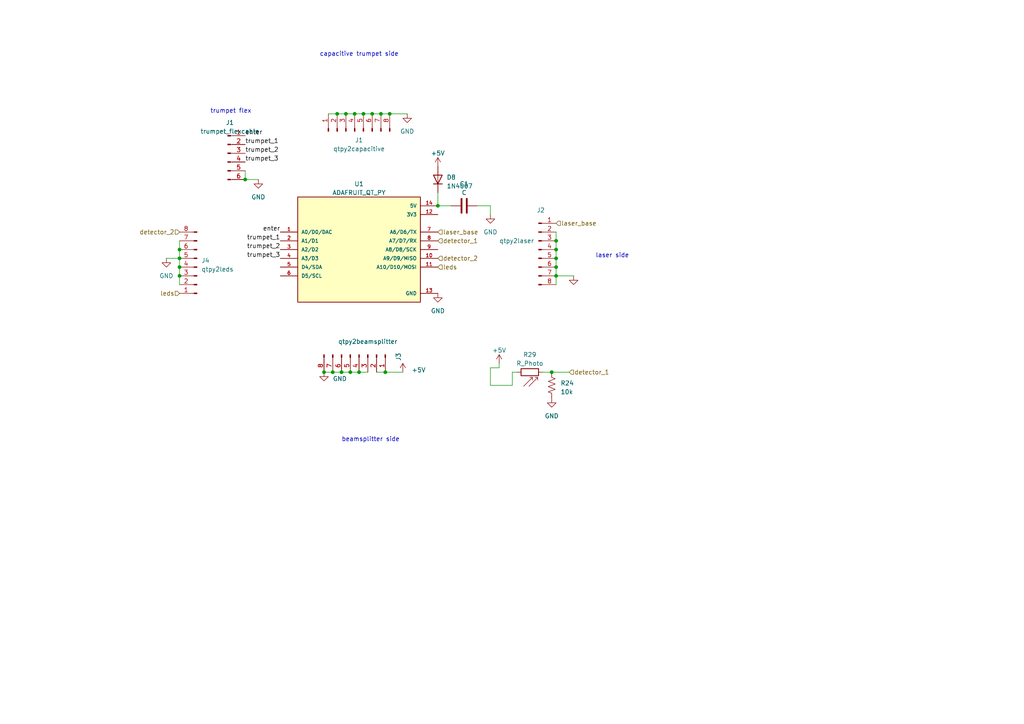
<source format=kicad_sch>
(kicad_sch (version 20230121) (generator eeschema)
  (paper "A4")
  (lib_symbols
    (symbol "ADAFRUIT_QT_PY:ADAFRUIT_QT_PY" (pin_names (offset 1.016))
      (property "Reference" "U" (at -17.78 16.002 0))
      (property "Value" "ADAFRUIT_QT_PY" (at -17.78 -17.78 0))
      (symbol "ADAFRUIT_QT_PY_0_0"
        (rectangle (start -17.78 -15.24) (end 17.78 15.24) (stroke (width 0.254)) (fill (type background)))
        (pin bidirectional line (at -22.86 5.08 0) (length 5.08) (name "A0/D0/DAC") (number "1"))
        (pin bidirectional line (at 22.86 -2.54 180) (length 5.08) (name "A9/D9/MISO") (number "10"))
        (pin bidirectional line (at 22.86 -5.08 180) (length 5.08) (name "A10/D10/MOSI") (number "11"))
        (pin power_in line (at 22.86 10.16 180) (length 5.08) (name "3V3") (number "12"))
        (pin power_in line (at 22.86 -12.7 180) (length 5.08) (name "GND") (number "13"))
        (pin power_in line (at 22.86 12.7 180) (length 5.08) (name "5V") (number "14"))
        (pin bidirectional line (at -22.86 2.54 0) (length 5.08) (name "A1/D1") (number "2"))
        (pin bidirectional line (at -22.86 0 0) (length 5.08) (name "A2/D2") (number "3"))
        (pin bidirectional line (at -22.86 -2.54 0) (length 5.08) (name "A3/D3") (number "4"))
        (pin bidirectional line (at -22.86 -5.08 0) (length 5.08) (name "D4/SDA") (number "5"))
        (pin bidirectional line (at -22.86 -7.62 0) (length 5.08) (name "D5/SCL") (number "6"))
        (pin bidirectional line (at 22.86 5.08 180) (length 5.08) (name "A6/D6/TX") (number "7"))
        (pin bidirectional line (at 22.86 2.54 180) (length 5.08) (name "A7/D7/RX") (number "8"))
        (pin bidirectional line (at 22.86 0 180) (length 5.08) (name "A8/D8/SCK") (number "9"))
      )
    )
    (symbol "Connector:Conn_01x06_Pin" (pin_names (offset 1.016) hide)
      (property "Reference" "J" (at 0 7.62 0))
      (property "Value" "Conn_01x06_Pin" (at 0 -10.16 0))
      (symbol "Conn_01x06_Pin_1_1"
        (polyline (pts (xy 1.27 -7.62) (xy 0.8636 -7.62)) (stroke (width 0.1524)))
        (polyline (pts (xy 1.27 -5.08) (xy 0.8636 -5.08)) (stroke (width 0.1524)))
        (polyline (pts (xy 1.27 -2.54) (xy 0.8636 -2.54)) (stroke (width 0.1524)))
        (polyline (pts (xy 1.27 0) (xy 0.8636 0)) (stroke (width 0.1524)))
        (polyline (pts (xy 1.27 2.54) (xy 0.8636 2.54)) (stroke (width 0.1524)))
        (polyline (pts (xy 1.27 5.08) (xy 0.8636 5.08)) (stroke (width 0.1524)))
        (rectangle (start 0.8636 -7.493) (end 0 -7.747) (stroke (width 0.1524)) (fill (type outline)))
        (rectangle (start 0.8636 -4.953) (end 0 -5.207) (stroke (width 0.1524)) (fill (type outline)))
        (rectangle (start 0.8636 -2.413) (end 0 -2.667) (stroke (width 0.1524)) (fill (type outline)))
        (rectangle (start 0.8636 0.127) (end 0 -0.127) (stroke (width 0.1524)) (fill (type outline)))
        (rectangle (start 0.8636 2.667) (end 0 2.413) (stroke (width 0.1524)) (fill (type outline)))
        (rectangle (start 0.8636 5.207) (end 0 4.953) (stroke (width 0.1524)) (fill (type outline)))
        (pin passive line (at 5.08 5.08 180) (length 3.81) (name "Pin_1") (number "1"))
        (pin passive line (at 5.08 2.54 180) (length 3.81) (name "Pin_2") (number "2"))
        (pin passive line (at 5.08 0 180) (length 3.81) (name "Pin_3") (number "3"))
        (pin passive line (at 5.08 -2.54 180) (length 3.81) (name "Pin_4") (number "4"))
        (pin passive line (at 5.08 -5.08 180) (length 3.81) (name "Pin_5") (number "5"))
        (pin passive line (at 5.08 -7.62 180) (length 3.81) (name "Pin_6") (number "6"))
      )
    )
    (symbol "Connector:Conn_01x08_Pin" (pin_names (offset 1.016) hide)
      (property "Reference" "J" (at 0 10.16 0))
      (property "Value" "Conn_01x08_Pin" (at 0 -12.7 0))
      (symbol "Conn_01x08_Pin_1_1"
        (polyline (pts (xy 1.27 -10.16) (xy 0.8636 -10.16)) (stroke (width 0.1524)))
        (polyline (pts (xy 1.27 -7.62) (xy 0.8636 -7.62)) (stroke (width 0.1524)))
        (polyline (pts (xy 1.27 -5.08) (xy 0.8636 -5.08)) (stroke (width 0.1524)))
        (polyline (pts (xy 1.27 -2.54) (xy 0.8636 -2.54)) (stroke (width 0.1524)))
        (polyline (pts (xy 1.27 0) (xy 0.8636 0)) (stroke (width 0.1524)))
        (polyline (pts (xy 1.27 2.54) (xy 0.8636 2.54)) (stroke (width 0.1524)))
        (polyline (pts (xy 1.27 5.08) (xy 0.8636 5.08)) (stroke (width 0.1524)))
        (polyline (pts (xy 1.27 7.62) (xy 0.8636 7.62)) (stroke (width 0.1524)))
        (rectangle (start 0.8636 -10.033) (end 0 -10.287) (stroke (width 0.1524)) (fill (type outline)))
        (rectangle (start 0.8636 -7.493) (end 0 -7.747) (stroke (width 0.1524)) (fill (type outline)))
        (rectangle (start 0.8636 -4.953) (end 0 -5.207) (stroke (width 0.1524)) (fill (type outline)))
        (rectangle (start 0.8636 -2.413) (end 0 -2.667) (stroke (width 0.1524)) (fill (type outline)))
        (rectangle (start 0.8636 0.127) (end 0 -0.127) (stroke (width 0.1524)) (fill (type outline)))
        (rectangle (start 0.8636 2.667) (end 0 2.413) (stroke (width 0.1524)) (fill (type outline)))
        (rectangle (start 0.8636 5.207) (end 0 4.953) (stroke (width 0.1524)) (fill (type outline)))
        (rectangle (start 0.8636 7.747) (end 0 7.493) (stroke (width 0.1524)) (fill (type outline)))
        (pin passive line (at 5.08 7.62 180) (length 3.81) (name "Pin_1") (number "1"))
        (pin passive line (at 5.08 5.08 180) (length 3.81) (name "Pin_2") (number "2"))
        (pin passive line (at 5.08 2.54 180) (length 3.81) (name "Pin_3") (number "3"))
        (pin passive line (at 5.08 0 180) (length 3.81) (name "Pin_4") (number "4"))
        (pin passive line (at 5.08 -2.54 180) (length 3.81) (name "Pin_5") (number "5"))
        (pin passive line (at 5.08 -5.08 180) (length 3.81) (name "Pin_6") (number "6"))
        (pin passive line (at 5.08 -7.62 180) (length 3.81) (name "Pin_7") (number "7"))
        (pin passive line (at 5.08 -10.16 180) (length 3.81) (name "Pin_8") (number "8"))
      )
    )
    (symbol "Device:C" (pin_numbers hide) (pin_names (offset 0.254))
      (property "Reference" "C" (at 0.635 2.54 0))
      (property "Value" "C" (at 0.635 -2.54 0))
      (symbol "C_0_1"
        (polyline (pts (xy -2.032 -0.762) (xy 2.032 -0.762)) (stroke (width 0.508)))
        (polyline (pts (xy -2.032 0.762) (xy 2.032 0.762)) (stroke (width 0.508)))
      )
      (symbol "C_1_1"
        (pin passive line (at 0 3.81 270) (length 2.794) (name "~") (number "1"))
        (pin passive line (at 0 -3.81 90) (length 2.794) (name "~") (number "2"))
      )
    )
    (symbol "Device:R_Photo" (pin_numbers hide) (pin_names (offset 0))
      (property "Reference" "R" (at 1.27 1.27 0))
      (property "Value" "R_Photo" (at 1.27 0 0))
      (symbol "R_Photo_0_1"
        (rectangle (start -1.016 2.54) (end 1.016 -2.54) (stroke (width 0.254)))
        (polyline (pts (xy -1.524 -2.286) (xy -4.064 0.254)))
        (polyline (pts (xy -1.524 -2.286) (xy -2.286 -2.286)))
        (polyline (pts (xy -1.524 -2.286) (xy -1.524 -1.524)))
        (polyline (pts (xy -1.524 -0.762) (xy -4.064 1.778)))
        (polyline (pts (xy -1.524 -0.762) (xy -2.286 -0.762)))
        (polyline (pts (xy -1.524 -0.762) (xy -1.524 0)))
      )
      (symbol "R_Photo_1_1"
        (pin passive line (at 0 3.81 270) (length 1.27) (name "~") (number "1"))
        (pin passive line (at 0 -3.81 90) (length 1.27) (name "~") (number "2"))
      )
    )
    (symbol "Device:R_US" (pin_numbers hide) (pin_names (offset 0))
      (property "Reference" "R" (at 2.54 0 90))
      (property "Value" "R_US" (at -2.54 0 90))
      (symbol "R_US_0_1"
        (polyline (pts (xy 0 -2.286) (xy 0 -2.54)))
        (polyline (pts (xy 0 2.286) (xy 0 2.54)))
        (polyline (pts (xy 0 -0.762) (xy 1.016 -1.143) (xy 0 -1.524) (xy -1.016 -1.905) (xy 0 -2.286)))
        (polyline (pts (xy 0 0.762) (xy 1.016 0.381) (xy 0 0) (xy -1.016 -0.381) (xy 0 -0.762)))
        (polyline (pts (xy 0 2.286) (xy 1.016 1.905) (xy 0 1.524) (xy -1.016 1.143) (xy 0 0.762)))
      )
      (symbol "R_US_1_1"
        (pin passive line (at 0 3.81 270) (length 1.27) (name "~") (number "1"))
        (pin passive line (at 0 -3.81 90) (length 1.27) (name "~") (number "2"))
      )
    )
    (symbol "Diode:1N4007" (pin_numbers hide) (pin_names hide)
      (property "Reference" "D" (at 0 2.54 0))
      (property "Value" "1N4007" (at 0 -2.54 0))
      (symbol "1N4007_0_1"
        (polyline (pts (xy -1.27 1.27) (xy -1.27 -1.27)) (stroke (width 0.254)))
        (polyline (pts (xy 1.27 0) (xy -1.27 0)))
        (polyline (pts (xy 1.27 1.27) (xy 1.27 -1.27) (xy -1.27 0) (xy 1.27 1.27)) (stroke (width 0.254)))
      )
      (symbol "1N4007_1_1"
        (pin passive line (at -3.81 0 0) (length 2.54) (name "K") (number "1"))
        (pin passive line (at 3.81 0 180) (length 2.54) (name "A") (number "2"))
      )
    )
    (symbol "power:+5V" (power) (pin_names (offset 0))
      (property "Value" "+5V" (at 0 3.556 0))
      (symbol "+5V_0_1"
        (polyline (pts (xy -0.762 1.27) (xy 0 2.54)))
        (polyline (pts (xy 0 0) (xy 0 2.54)))
        (polyline (pts (xy 0 2.54) (xy 0.762 1.27)))
      )
      (symbol "+5V_1_1"
        (pin power_in line (at 0 0 90) (length 0) hide (name "+5V") (number "1"))
      )
    )
    (symbol "power:GND" (power) (pin_names (offset 0))
      (property "Value" "GND" (at 0 -3.81 0))
      (symbol "GND_0_1"
        (polyline (pts (xy 0 0) (xy 0 -1.27) (xy 1.27 -1.27) (xy 0 -2.54) (xy -1.27 -1.27) (xy 0 -1.27)))
      )
      (symbol "GND_1_1"
        (pin power_in line (at 0 0 270) (length 0) hide (name "GND") (number "1"))
      )
    )
  )
  (junction (at 102.87 33.02))
  (junction (at 96.52 107.95))
  (junction (at 161.29 77.47))
  (junction (at 161.29 80.01))
  (junction (at 52.07 77.47))
  (junction (at 52.07 72.39))
  (junction (at 93.98 107.95))
  (junction (at 104.14 107.95))
  (junction (at 161.29 74.93))
  (junction (at 71.12 52.07))
  (junction (at 107.95 33.02))
  (junction (at 113.03 33.02))
  (junction (at 161.29 69.85))
  (junction (at 100.33 33.02))
  (junction (at 99.06 107.95))
  (junction (at 160.02 107.95))
  (junction (at 127 59.69))
  (junction (at 97.79 33.02))
  (junction (at 52.07 80.01))
  (junction (at 52.07 74.93))
  (junction (at 105.41 33.02))
  (junction (at 110.49 33.02))
  (junction (at 161.29 72.39))
  (junction (at 111.76 107.95))
  (junction (at 101.6 107.95))
  (wire (pts (xy 107.95 33.02) (xy 110.49 33.02)))
  (wire (pts (xy 161.29 72.39) (xy 161.29 74.93)))
  (wire (pts (xy 95.25 33.02) (xy 97.79 33.02)))
  (wire (pts (xy 142.24 106.68) (xy 142.24 111.76)))
  (wire (pts (xy 142.24 106.68) (xy 144.78 106.68)))
  (wire (pts (xy 142.24 111.76) (xy 148.59 111.76)))
  (wire (pts (xy 48.26 74.93) (xy 52.07 74.93)))
  (wire (pts (xy 52.07 74.93) (xy 52.07 77.47)))
  (wire (pts (xy 142.24 59.69) (xy 138.43 59.69)))
  (wire (pts (xy 52.07 69.85) (xy 52.07 72.39)))
  (wire (pts (xy 161.29 69.85) (xy 161.29 72.39)))
  (wire (pts (xy 142.24 62.23) (xy 142.24 59.69)))
  (wire (pts (xy 97.79 33.02) (xy 100.33 33.02)))
  (wire (pts (xy 148.59 107.95) (xy 149.86 107.95)))
  (wire (pts (xy 165.1 107.95) (xy 160.02 107.95)))
  (wire (pts (xy 71.12 52.07) (xy 74.93 52.07)))
  (wire (pts (xy 93.98 107.95) (xy 96.52 107.95)))
  (wire (pts (xy 161.29 80.01) (xy 161.29 82.55)))
  (wire (pts (xy 144.78 106.68) (xy 144.78 105.41)))
  (wire (pts (xy 71.12 49.53) (xy 71.12 52.07)))
  (wire (pts (xy 127 55.88) (xy 127 59.69)))
  (wire (pts (xy 104.14 107.95) (xy 106.68 107.95)))
  (wire (pts (xy 96.52 107.95) (xy 99.06 107.95)))
  (wire (pts (xy 99.06 107.95) (xy 101.6 107.95)))
  (wire (pts (xy 101.6 107.95) (xy 104.14 107.95)))
  (wire (pts (xy 105.41 33.02) (xy 107.95 33.02)))
  (wire (pts (xy 161.29 67.31) (xy 161.29 69.85)))
  (wire (pts (xy 113.03 33.02) (xy 118.11 33.02)))
  (wire (pts (xy 102.87 33.02) (xy 105.41 33.02)))
  (wire (pts (xy 116.84 107.95) (xy 111.76 107.95)))
  (wire (pts (xy 161.29 74.93) (xy 161.29 77.47)))
  (wire (pts (xy 52.07 77.47) (xy 52.07 80.01)))
  (wire (pts (xy 110.49 33.02) (xy 113.03 33.02)))
  (wire (pts (xy 109.22 107.95) (xy 111.76 107.95)))
  (wire (pts (xy 52.07 72.39) (xy 52.07 74.93)))
  (wire (pts (xy 161.29 80.01) (xy 166.37 80.01)))
  (wire (pts (xy 127 59.69) (xy 130.81 59.69)))
  (wire (pts (xy 52.07 80.01) (xy 52.07 82.55)))
  (wire (pts (xy 100.33 33.02) (xy 102.87 33.02)))
  (wire (pts (xy 161.29 77.47) (xy 161.29 80.01)))
  (wire (pts (xy 148.59 111.76) (xy 148.59 107.95)))
  (wire (pts (xy 157.48 107.95) (xy 160.02 107.95)))
  (text "laser side\n" (at 172.72 74.93 0) (effects (font (size 1.27 1.27)) (justify left bottom)))
  (text "capacitive trumpet side\n" (at 92.71 16.51 0) (effects (font (size 1.27 1.27)) (justify left bottom)))
  (text "beamsplitter side\n" (at 99.06 128.27 0) (effects (font (size 1.27 1.27)) (justify left bottom)))
  (text "trumpet flex\n" (at 60.96 33.02 0) (effects (font (size 1.27 1.27)) (justify left bottom)))
  (label "enter" (at 71.12 39.37 0))
  (label "trumpet_3" (at 71.12 46.99 0))
  (label "enter" (at 81.28 67.31 180))
  (label "trumpet_2" (at 81.28 72.39 180))
  (label "trumpet_1" (at 81.28 69.85 180))
  (label "trumpet_2" (at 71.12 44.45 0))
  (label "trumpet_3" (at 81.28 74.93 180))
  (label "trumpet_1" (at 71.12 41.91 0))
  (hierarchical_label "leds" (shape input) (at 52.07 85.09 180))
  (hierarchical_label "leds" (shape input) (at 127 77.47 0))
  (hierarchical_label "detector_1" (shape input) (at 127 69.85 0))
  (hierarchical_label "detector_2" (shape input) (at 127 74.93 0))
  (hierarchical_label "detector_2" (shape input) (at 52.07 67.31 180))
  (hierarchical_label "laser_base" (shape input) (at 127 67.31 0))
  (hierarchical_label "detector_1" (shape input) (at 165.1 107.95 0))
  (hierarchical_label "laser_base" (shape input) (at 161.29 64.77 0))
  (symbol (lib_id "Connector:Conn_01x08_Pin") (at 104.14 102.87 270) (unit 1)
    (property "Reference" "J3" (at 115.57 103.505 0))
    (property "Value" "qtpy2beamsplitter" (at 106.68 99.06 90))
    (property "Footprint" "Connector_PinHeader_2.54mm:PinHeader_1x08_P2.54mm_Horizontal" (effects hide))
  )
  (symbol (lib_id "Device:C") (at 134.62 59.69 270) (unit 1)
    (property "Reference" "C1" (at 134.62 53.34 90))
    (property "Value" "C" (at 134.62 55.88 90))
    (property "Footprint" "Capacitor_SMD:C_1206_3216Metric" (effects hide))
  )
  (symbol (lib_id "Connector:Conn_01x08_Pin") (at 57.15 77.47 180) (unit 1)
    (property "Reference" "J4" (at 58.42 75.565 0) (effects (justify right)))
    (property "Value" "qtpy2leds" (at 58.42 78.105 0) (effects (justify right)))
    (property "Footprint" "Connector_PinHeader_2.54mm:PinHeader_1x08_P2.54mm_Horizontal" (effects hide))
  )
  (symbol (lib_id "power:+5V") (at 144.78 105.41 0) (unit 1)
    (property "Reference" "#PWR021" (effects hide))
    (property "Value" "+5V" (at 144.78 101.6 0))
  )
  (symbol (lib_id "Device:R_Photo") (at 153.67 107.95 90) (unit 1)
    (property "Reference" "R29" (at 153.67 102.87 90))
    (property "Value" "R_Photo" (at 153.67 105.41 90))
    (property "Footprint" "Resistor_THT:R_Axial_DIN0204_L3.6mm_D1.6mm_P5.08mm_Horizontal" (effects hide))
    (instances (project "puzzle_cube" (path "" (reference "R29") (unit 1)) (path "" (reference "R30") (unit 1))))
  )
  (symbol (lib_id "power:+5V") (at 116.84 107.95 0) (unit 1)
    (property "Reference" "#PWR015" (effects hide))
    (property "Value" "+5V" (at 119.38 107.315 0) (effects (justify left)))
  )
  (symbol (lib_id "Connector:Conn_01x08_Pin") (at 156.21 72.39 0) (unit 1)
    (property "Reference" "J2" (at 156.845 60.96 0))
    (property "Value" "qtpy2laser" (at 149.86 69.85 0))
    (property "Footprint" "Connector_PinHeader_2.54mm:PinHeader_1x08_P2.54mm_Horizontal" (effects hide))
  )
  (symbol (lib_id "power:GND") (at 48.26 74.93 0) (unit 1)
    (property "Reference" "#PWR017" (effects hide))
    (property "Value" "GND" (at 48.26 80.01 0))
  )
  (symbol (lib_id "Diode:1N4007") (at 127 52.07 90) (unit 1)
    (property "Reference" "D8" (at 129.54 51.435 90) (effects (justify right)))
    (property "Value" "1N4007" (at 129.54 53.975 90) (effects (justify right)))
    (property "Footprint" "Diode_THT:D_DO-41_SOD81_P10.16mm_Horizontal" (effects hide))
    (property "Datasheet" "http://www.vishay.com/docs/88503/1n4001.pdf" (effects hide))
    (property "Sim.Device" "D" (effects hide))
    (property "Sim.Pins" "1=K 2=A" (effects hide))
    (instances (project "puzzle_cube" (path "" (reference "D8") (unit 1)) (path "" (reference "D9") (unit 1))))
  )
  (symbol (lib_id "Connector:Conn_01x06_Pin") (at 66.04 44.45 0) (unit 1)
    (property "Reference" "J1" (at 66.675 35.56 0))
    (property "Value" "trumpet_flexcable" (at 66.675 38.1 0))
    (property "Footprint" "6pin_usbc:6pin_1.00pitch_FPC" (effects hide))
    (instances (project "trumpet" (path "" (reference "J1") (unit 1))) (project "puzzle_cube" (path "" (reference "J13") (unit 1)) (path "" (reference "J13") (unit 1))))
  )
  (symbol (lib_id "power:GND") (at 74.93 52.07 0) (unit 1)
    (property "Reference" "#PWR01" (effects hide))
    (property "Value" "GND" (at 74.93 57.15 0))
    (instances (project "trumpet" (path "" (reference "#PWR01") (unit 1))) (project "puzzle_cube" (path "" (reference "#PWR050") (unit 1)) (path "" (reference "#PWR050") (unit 1))))
  )
  (symbol (lib_id "power:GND") (at 166.37 80.01 0) (unit 1)
    (property "Reference" "#PWR014" (effects hide))
    (property "Value" "GND" (effects hide))
  )
  (symbol (lib_id "Device:R_US") (at 160.02 111.76 0) (unit 1)
    (property "Reference" "R24" (at 162.56 111.125 0) (effects (justify left)))
    (property "Value" "10k" (at 162.56 113.665 0) (effects (justify left)))
    (property "Footprint" "Resistor_SMD:R_0805_2012Metric_Pad1.20x1.40mm_HandSolder" (effects hide))
  )
  (symbol (lib_id "ADAFRUIT_QT_PY:ADAFRUIT_QT_PY") (at 104.14 72.39 0) (unit 1)
    (property "Reference" "U1" (at 104.14 53.34 0))
    (property "Value" "ADAFRUIT_QT_PY" (at 104.14 55.88 0))
    (property "Footprint" "ADAFRUIT_QT_PY (1):MODULE_ADAFRUIT_QT_PY" (effects hide))
    (property "MF" "Adafruit Industries" (effects hide))
    (property "MAXIMUM_PACKAGE_HEIGHT" "6.28 mm" (effects hide))
    (property "Package" "None" (effects hide))
    (property "Price" "None" (effects hide))
    (property "Check_prices" "https://www.snapeda.com/parts/Adafruit%20QT%20Py/Adafruit+Industries/view-part/?ref=eda" (effects hide))
    (property "STANDARD" "IPC-7351B" (effects hide))
    (property "PARTREV" "2022-12-12" (effects hide))
    (property "SnapEDA_Link" "https://www.snapeda.com/parts/Adafruit%20QT%20Py/Adafruit+Industries/view-part/?ref=snap" (effects hide))
    (property "MP" "Adafruit QT Py" (effects hide))
    (property "Description" "\nCastellated Pads - SAMD21 Dev Board with STEMMA QT\n" (effects hide))
    (property "MANUFACTURER" "Adafruit Industries" (effects hide))
    (property "Availability" "Not in stock" (effects hide))
    (property "SNAPEDA_PN" "Adafruit QT Py" (effects hide))
  )
  (symbol (lib_id "power:GND") (at 127 85.09 0) (unit 1)
    (property "Reference" "#PWR03" (effects hide))
    (property "Value" "GND" (at 127 90.17 0))
  )
  (symbol (lib_id "power:GND") (at 118.11 33.02 0) (unit 1)
    (property "Reference" "#PWR048" (effects hide))
    (property "Value" "GND" (at 118.11 38.1 0))
  )
  (symbol (lib_id "power:GND") (at 93.98 107.95 0) (unit 1)
    (property "Reference" "#PWR016" (effects hide))
    (property "Value" "GND" (at 96.52 109.855 0) (effects (justify left)))
  )
  (symbol (lib_id "power:GND") (at 160.02 115.57 0) (unit 1)
    (property "Reference" "#PWR022" (effects hide))
    (property "Value" "GND" (at 160.02 120.65 0))
  )
  (symbol (lib_id "Connector:Conn_01x08_Pin") (at 102.87 38.1 90) (unit 1)
    (property "Reference" "J1" (at 104.14 40.64 90))
    (property "Value" "qtpy2capacitive" (at 104.14 43.18 90))
    (property "Footprint" "Connector_PinHeader_2.54mm:PinHeader_1x08_P2.54mm_Horizontal" (effects hide))
  )
  (symbol (lib_id "power:+5V") (at 127 48.26 0) (unit 1)
    (property "Reference" "#PWR01" (effects hide))
    (property "Value" "+5V" (at 127 44.45 0))
  )
  (symbol (lib_id "power:GND") (at 142.24 62.23 0) (unit 1)
    (property "Reference" "#PWR02" (effects hide))
    (property "Value" "GND" (at 142.24 67.31 0))
  )
)
</source>
